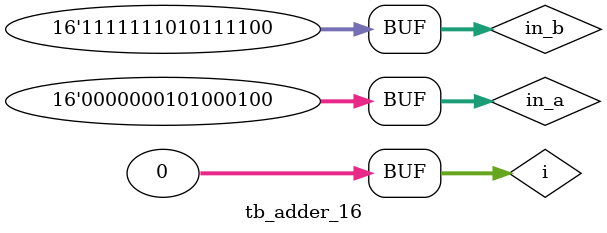
<source format=v>
`timescale 1ns / 1ps

module tb_adder_16();
    localparam period = 1;
    reg [31:0] i = 0;
    reg [15:0] in_a;
    reg [15:0] in_b;
    wire [15:0] out;
    adder_16 dut (.in_a(in_a), .in_b(in_b), .out(out));
    // loop through all inputs
    initial begin
        in_a = 0;
        in_b = -23;
        #period;
        in_a = -1;
        in_b = 2345;
        #period;
        in_a = 1;
        in_b = 2281;
        #period;
        in_a = -42;
        in_b = -456;
        #period;
        in_a = 234;
        in_b = 0;
        #period;
        in_a = 324;
        in_b = -324;
        #period;
    end
endmodule

</source>
